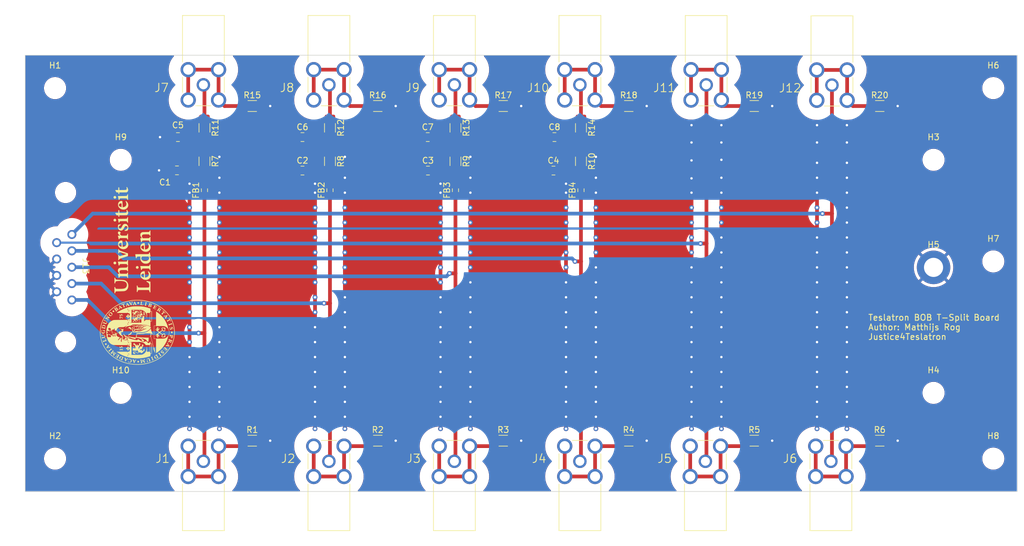
<source format=kicad_pcb>
(kicad_pcb (version 20221018) (generator pcbnew)
  (layers (0 "F.Cu" signal) (1 "In1.Cu" power) (2 "In2.Cu" power) (31 "B.Cu" signal) (34 "B.Paste" user) (35 "F.Paste" user) (36 "B.SilkS" user "B.Silkscreen") (37 "F.SilkS" user "F.Silkscreen") (38 "B.Mask" user) (39 "F.Mask" user) (44 "Edge.Cuts" user))
  (net 0 "")
  (net 1 "GND")
  (net 2 "/IN1")
  (net 3 "Net-(FB1-Pad2)")
  (net 4 "Net-(FB2-Pad2)")
  (net 5 "Net-(J1-Ext)")
  (net 6 "/IN2")
  (net 7 "Net-(J2-Ext)")
  (net 8 "/IN3")
  (net 9 "Net-(J3-Ext)")
  (net 10 "/IN4")
  (net 11 "Net-(J4-Ext)")
  (net 12 "/IN5")
  (net 13 "Net-(J5-Ext)")
  (net 14 "/IN6")
  (net 15 "Net-(J6-Ext)")
  (net 16 "Net-(C6-Pad2)")
  (net 17 "Net-(C8-Pad2)")
  (net 18 "Net-(FB3-Pad2)")
  (net 19 "Net-(FB4-Pad2)")
  (net 20 "Net-(C5-Pad2)")
  (net 21 "Net-(C7-Pad2)")
  (net 22 "Net-(J7-In)")
  (net 23 "Net-(J7-Ext)")
  (net 24 "Net-(J8-In)")
  (net 25 "Net-(J8-Ext)")
  (net 26 "Net-(J9-In)")
  (net 27 "Net-(J9-Ext)")
  (net 28 "Net-(J10-In)")
  (net 29 "Net-(J10-Ext)")
  (net 30 "Net-(J11-Ext)")
  (net 31 "Net-(J12-Ext)")
  (footprint "Amphenol_Right_Angle_SMA_901_143_6RFX:AMPHENOL_901-143-6RFX" (layer "F.Cu") (at 160.8225 126.45)
    (fp_text reference "J5")
    (fp_text value "Conn_Coaxial")
  )
  (footprint "Capacitor_SMD:C_0805_2012Metric_Pad1.18x1.45mm_HandSolder" (layer "F.Cu") (at 135.4 77.8)
    (fp_text reference "C4")
    (fp_text value "1n")
  )
  (footprint "Resistor_SMD:R_1206_3216Metric_Pad1.30x1.75mm_HandSolder" (layer "F.Cu") (at 77 70.65 -90)
    (fp_text reference "R11")
    (fp_text value "47")
  )
  (footprint "Capacitor_SMD:C_0805_2012Metric_Pad1.18x1.45mm_HandSolder" (layer "F.Cu") (at 93.4 77.8)
    (fp_text reference "C2")
    (fp_text value "1n")
  )
  (footprint "Resistor_SMD:R_1206_3216Metric_Pad1.30x1.75mm_HandSolder" (layer "F.Cu") (at 127 67)
    (fp_text reference "R17")
    (fp_text value "0")
  )
  (footprint "5-1393480-5_Right_Angle_Female_Panel:1-5393480-5" (layer "F.Cu") (at 54.8125 88.49 -90)
    (fp_text reference "J13")
    (fp_text value "DE9_Receptacle")
  )
  (footprint "MountingHole:MountingHole_3.2mm_M3_DIN965" (layer "F.Cu") (at 209 126)
    (fp_text reference "H8")
    (fp_text value "MountingHole")
  )
  (footprint "Amphenol_Right_Angle_SMA_901_143_6RFX:AMPHENOL_901-143-6RFX" (layer "F.Cu") (at 76.8225 63.45 180)
    (fp_text reference "J7")
    (fp_text value "Conn_Coaxial")
  )
  (footprint "Capacitor_SMD:C_0805_2012Metric_Pad1.18x1.45mm_HandSolder" (layer "F.Cu") (at 93.4 72.2)
    (fp_text reference "C6")
    (fp_text value "270p")
  )
  (footprint "Capacitor_SMD:C_0805_2012Metric_Pad1.18x1.45mm_HandSolder" (layer "F.Cu") (at 114.3625 72.2)
    (fp_text reference "C7")
    (fp_text value "270p")
  )
  (footprint "Amphenol_Right_Angle_SMA_901_143_6RFX:AMPHENOL_901-143-6RFX" (layer "F.Cu") (at 118.8225 63.45 180)
    (fp_text reference "J9")
    (fp_text value "Conn_Coaxial")
  )
  (footprint "Capacitor_SMD:C_0805_2012Metric_Pad1.18x1.45mm_HandSolder" (layer "F.Cu") (at 135.5625 72.2)
    (fp_text reference "C8")
    (fp_text value "270p")
  )
  (footprint "Resistor_SMD:R_1206_3216Metric_Pad1.30x1.75mm_HandSolder" (layer "F.Cu") (at 169 67)
    (fp_text reference "R19")
    (fp_text value "0")
  )
  (footprint "Resistor_SMD:R_1206_3216Metric_Pad1.30x1.75mm_HandSolder" (layer "F.Cu") (at 190 123)
    (fp_text reference "R6")
    (fp_text value "0")
  )
  (footprint "Amphenol_Right_Angle_SMA_901_143_6RFX:AMPHENOL_901-143-6RFX" (layer "F.Cu") (at 139.8225 63.45 180)
    (fp_text reference "J10")
    (fp_text value "Conn_Coaxial")
  )
  (footprint "Resistor_SMD:R_1206_3216Metric_Pad1.30x1.75mm_HandSolder" (layer "F.Cu") (at 119 70.65 -90)
    (fp_text reference "R13")
    (fp_text value "47")
  )
  (footprint "Resistor_SMD:R_1206_3216Metric_Pad1.30x1.75mm_HandSolder" (layer "F.Cu") (at 106 123)
    (fp_text reference "R2")
    (fp_text value "0")
  )
  (footprint "Amphenol_Right_Angle_SMA_901_143_6RFX:AMPHENOL_901-143-6RFX" (layer "F.Cu") (at 139.8225 126.45)
    (fp_text reference "J4")
    (fp_text value "Conn_Coaxial")
  )
  (footprint "Resistor_SMD:R_1206_3216Metric_Pad1.30x1.75mm_HandSolder" (layer "F.Cu") (at 140 76.25 -90)
    (fp_text reference "R10")
    (fp_text value "47")
  )
  (footprint "MountingHole:MountingHole_3.2mm_M3_DIN965" (layer "F.Cu") (at 209 64)
    (fp_text reference "H6")
    (fp_text value "MountingHole")
  )
  (footprint "MountingHole:MountingHole_3.2mm_M3_DIN965" (layer "F.Cu") (at 52 64)
    (fp_text reference "H1")
    (fp_text value "MountingHole")
  )
  (footprint "MountingHole:MountingHole_3.2mm_M3_DIN965" (layer "F.Cu") (at 199 115)
    (fp_text reference "H4")
    (fp_text value "MountingHole")
  )
  (footprint "Amphenol_Right_Angle_SMA_901_143_6RFX:AMPHENOL_901-143-6RFX" (layer "F.Cu") (at 160.96 63.46 180)
    (fp_text reference "J11")
    (fp_text value "Conn_Coaxial")
  )
  (footprint "MountingHole:MountingHole_3.2mm_M3_DIN965" (layer "F.Cu") (at 63 76)
    (fp_text reference "H9")
    (fp_text value "MountingHole")
  )
  (footprint "Capacitor_SMD:C_0805_2012Metric_Pad1.18x1.45mm_HandSolder" (layer "F.Cu") (at 114.4 77.8)
    (fp_text reference "C3")
    (fp_text value "1n")
  )
  (footprint "Resistor_SMD:R_1206_3216Metric_Pad1.30x1.75mm_HandSolder" (layer "F.Cu") (at 77 76.25 -90)
    (fp_text reference "R7")
    (fp_text value "47")
  )
  (footprint "Resistor_SMD:R_1206_3216Metric_Pad1.30x1.75mm_HandSolder" (layer "F.Cu") (at 148 123)
    (fp_text reference "R4")
    (fp_text value "0")
  )
  (footprint "MountingHole:MountingHole_3.2mm_M3_DIN965" (layer "F.Cu") (at 63 115)
    (fp_text reference "H10")
    (fp_text value "MountingHole")
  )
  (footprint "Amphenol_Right_Angle_SMA_901_143_6RFX:AMPHENOL_901-143-6RFX" (layer "F.Cu") (at 97.8225 63.45 180)
    (fp_text reference "J8")
    (fp_text value "Conn_Coaxial")
  )
  (footprint "Resistor_SMD:R_1206_3216Metric_Pad1.30x1.75mm_HandSolder" (layer "F.Cu") (at 140 70.65 -90)
    (fp_text reference "R14")
    (fp_text value "47")
  )
  (footprint "Resistor_SMD:R_1206_3216Metric_Pad1.30x1.75mm_HandSolder" (layer "F.Cu") (at 190 67)
    (fp_text reference "R20")
    (fp_text value "0")
  )
  (footprint "Resistor_SMD:R_0603_1608Metric_Pad0.98x0.95mm_HandSolder" (layer "F.Cu") (at 98 81.0875 90)
    (fp_text reference "FB2")
    (fp_text value "FerriteBead")
  )
  (footprint "Resistor_SMD:R_1206_3216Metric_Pad1.30x1.75mm_HandSolder" (layer "F.Cu") (at 169 123)
    (fp_text reference "R5")
    (fp_text value "0")
  )
  (footprint "Capacitor_SMD:C_0805_2012Metric_Pad1.18x1.45mm_HandSolder" (layer "F.Cu") (at 72.4 77.7625)
    (fp_text reference "C1")
    (fp_text value "1n")
  )
  (footprint "Resistor_SMD:R_1206_3216Metric_Pad1.30x1.75mm_HandSolder" (layer "F.Cu") (at 85 123)
    (fp_text reference "R1")
    (fp_text value "0")
  )
  (footprint "MountingHole:MountingHole_3.2mm_M3_DIN965" (layer "F.Cu") (at 52 126)
    (fp_text reference "H2")
    (fp_text value "MountingHole")
  )
  (footprint "Resistor_SMD:R_1206_3216Metric_Pad1.30x1.75mm_HandSolder" (layer "F.Cu") (at 148 67)
    (fp_text reference "R18")
    (fp_text value "0")
  )
  (footprint "Amphenol_Right_Angle_SMA_901_143_6RFX:AMPHENOL_901-143-6RFX" (layer "F.Cu") (at 76.8225 126.45)
    (fp_text reference "J1")
    (fp_text value "Conn_Coaxial")
  )
  (footprint "MountingHole:MountingHole_3.2mm_M3_DIN965" (layer "F.Cu") (at 209 93)
    (fp_text reference "H7")
    (fp_text value "MountingHole")
  )
  (footprint "LOGO" (layer "F.Cu") (at 65.8 95.6 90)
    (fp_text reference "G***" hide)
    (fp_text value "LOGO" hide)
  )
  (footprint "Amphenol_Right_Angle_SMA_901_143_6RFX:AMPHENOL_901-143-6RFX" (layer "F.Cu") (at 118.8225 126.45)
    (fp_text reference "J3")
    (fp_text value "Conn_Coaxial")
  )
  (footprint "MountingHole:MountingHole_3.2mm_M3_DIN965_Pad" (layer "F.Cu") (at 199 94)
    (fp_text reference "H5")
    (fp_text value "MountingHole_Pad")
  )
  (footprint "Amphenol_Right_Angle_SMA_901_143_6RFX:AMPHENOL_901-143-6RFX" (layer "F.Cu") (at 181.8225 126.45)
    (fp_text reference "J6")
    (fp_text value "Conn_Coaxial")
  )
  (footprint "Amphenol_Right_Angle_SMA_901_143_6RFX:AMPHENOL_901-143-6RFX" (layer "F.Cu") (at 182 63.5 180)
    (fp_text reference "J12")
    (fp_text value "Conn_Coaxial")
  )
  (footprint "Resistor_SMD:R_0603_1608Metric_Pad0.98x0.95mm_HandSolder" (layer "F.Cu") (at 119 81.0875 90)
    (fp_text reference "FB3")
    (fp_text value "FerriteBead")
  )
  (footprint "Resistor_SMD:R_1206_3216Metric_Pad1.30x1.75mm_HandSolder" (layer "F.Cu") (at 98 76.25 -90)
    (fp_text reference "R8")
    (fp_text value "47")
  )
  (footprint "MountingHole:MountingHole_3.2mm_M3_DIN965" (layer "F.Cu") (at 199 76)
    (fp_text reference "H3")
    (fp_text value "MountingHole")
  )
  (footprint "Resistor_SMD:R_1206_3216Metric_Pad1.30x1.75mm_HandSolder" (layer "F.Cu") (at 106 67)
    (fp_text reference "R16")
    (fp_text value "0")
  )
  (footprint "Resistor_SMD:R_1206_3216Metric_Pad1.30x1.75mm_HandSolder" (layer "F.Cu") (at 85 67)
    (fp_text reference "R15")
    (fp_text value "0")
  )
  (footprint "Capacitor_SMD:C_0805_2012Metric_Pad1.18x1.45mm_HandSolder" (layer "F.Cu") (at 72.5625 72.2)
    (fp_text reference "C5")
    (fp_text value "270p")
  )
  (footprint "Resistor_SMD:R_1206_3216Metric_Pad1.30x1.75mm_HandSolder" (layer "F.Cu") (at 127 123)
    (fp_text reference "R3")
    (fp_text value "0")
  )
  (footprint "Amphenol_Right_Angle_SMA_901_143_6RFX:AMPHENOL_901-143-6RFX" (layer "F.Cu") (at 97.8225 126.45)
    (fp_text reference "J2")
    (fp_text value "Conn_Coaxial")
  )
  (footprint "Resistor_SMD:R_1206_3216Metric_Pad1.30x1.75mm_HandSolder" (layer "F.Cu") (at 98 70.65 -90)
    (fp_text reference "R12")
    (fp_text value "47")
  )
  (footprint "Resistor_SMD:R_0603_1608Metric_Pad0.98x0.95mm_HandSolder" (layer "F.Cu") (at 140 81.0875 90)
    (fp_text reference "FB4")
    (fp_text value "FerriteBead")
  )
  (footprint "Resistor_SMD:R_1206_3216Metric_Pad1.30x1.75mm_HandSolder" (layer "F.Cu") (at 119 76.25 -90)
    (fp_text reference "R9")
    (fp_text value "47")
  )
  (footprint "Resistor_SMD:R_0603_1608Metric_Pad0.98x0.95mm_HandSolder" (layer "F.Cu") (at 77 81.0875 90)
    (fp_text reference "FB1")
    (fp_text value "FerriteBead")
  )
  (gr_rect (start 47 58.5) (end 213 131.5) (stroke (width 0.1)) (fill none) (layer "Edge.Cuts"))
  (gr_text "Teslatron BOB T-Split Board\nAuthor: Matthijs Rog\nJustice4Teslatron" (at 188 106.2) (layer "F.SilkS") (effects (font (size 1 1)) (justify left bottom)))
  (segment (start 163.5 75.5) (end 163.5 121) (width 0.62) (layer "F.Cu") (net 1))
  (segment (start 158.5 121) (end 158.5 80) (width 0.62) (layer "F.Cu") (net 1))
  (segment (start 137.5 121) (end 137.5 80) (width 0.62) (layer "F.Cu") (net 1))
  (segment (start 128 67) (end 130 67) (width 0.62) (layer "F.Cu") (net 1))
  (segment (start 100.5 75.5) (end 100.5 121) (width 0.62) (layer "F.Cu") (net 1))
  (segment (start 79.5 75.5) (end 79.5 121) (width 0.62) (layer "F.Cu") (net 1))
  (segment (start 142.5 75.5) (end 142.5 121) (width 0.62) (layer "F.Cu") (net 1))
  (segment (start 116.5 121) (end 116.5 80) (width 0.62) (layer "F.Cu") (net 1))
  (segment (start 191 67) (end 193 67) (width 0.62) (layer "F.Cu") (net 1))
  (segment (start 107 123) (end 109 123) (width 0.62) (layer "F.Cu") (net 1))
  (segment (start 170 123) (end 172 123) (width 0.62) (layer "F.Cu") (net 1))
  (segment (start 149 123) (end 151 123) (width 0.62) (layer "F.Cu") (net 1))
  (segment (start 74.5 121) (end 74.5 80) (width 0.62) (layer "F.Cu") (net 1))
  (segment (start 184.5 75.5) (end 184.5 121) (width 0.62) (layer "F.Cu") (net 1))
  (segment (start 71.525 72.2) (end 69.5625 72.2) (width 0.62) (layer "F.Cu") (net 1))
  (segment (start 163.5 75.5) (end 163.5 70.1) (width 0.62) (layer "F.Cu") (net 1))
  (segment (start 107 67) (end 109 67) (width 0.62) (layer "F.Cu") (net 1))
  (segment (start 149 67) (end 151 67) (width 0.62) (layer "F.Cu") (net 1))
  (segment (start 128 123) (end 130 123) (width 0.62) (layer "F.Cu") (net 1))
  (segment (start 121.5 75.5) (end 121.5 121) (width 0.62) (layer "F.Cu") (net 1))
  (segment (start 191 123) (end 193 123) (width 0.62) (layer "F.Cu") (net 1))
  (segment (start 179.5 121) (end 179.5 80) (width 0.62) (layer "F.Cu") (net 1))
  (segment (start 158.5 80) (end 158.5 70.1) (width 0.62) (layer "F.Cu") (net 1))
  (segment (start 86 67) (end 88 67) (width 0.62) (layer "F.Cu") (net 1))
  (segment (start 95.5 121) (end 95.5 80) (width 0.62) (layer "F.Cu") (net 1))
  (segment (start 170 67) (end 172 67) (width 0.62) (layer "F.Cu") (net 1))
  (segment (start 184.5 75.5) (end 184.5 70.1) (width 0.62) (layer "F.Cu") (net 1))
  (segment (start 71.3625 77.7625) (end 69.4 77.7625) (width 0.62) (layer "F.Cu") (net 1))
  (segment (start 86 123) (end 88 123) (width 0.62) (layer "F.Cu") (net 1))
  (segment (start 179.5 80) (end 179.5 70.1) (width 0.62) (layer "F.Cu") (net 1))
  (via (at 179.5 119) (size 0.8) (drill 0.4) (layers "F.Cu" "B.Cu") (net 1))
  (via (at 100.5 106.5) (size 0.8) (drill 0.4) (layers "F.Cu" "B.Cu") (net 1))
  (via (at 163.5 73.1) (size 0.8) (drill 0.4) (layers "F.Cu" "B.Cu") (net 1))
  (via (at 137.5 116.5) (size 0.8) (drill 0.4) (layers "F.Cu" "B.Cu") (net 1))
  (via (at 142.5 94) (size 0.8) (drill 0.4) (layers "F.Cu" "B.Cu") (net 1))
  (via (at 121.5 116.5) (size 0.8) (drill 0.4) (layers "F.Cu" "B.Cu") (net 1))
  (via (at 163.5 81.5) (size 0.8) (drill 0.4) (layers "F.Cu" "B.Cu") (net 1))
  (via (at 142.5 104) (size 0.8) (drill 0.4) (layers "F.Cu" "B.Cu") (net 1))
  (via (at 95.5 104) (size 0.8) (drill 0.4) (layers "F.Cu" "B.Cu") (net 1))
  (via (at 79.5 89) (size 0.8) (drill 0.4) (layers "F.Cu" "B.Cu") (net 1))
  (via (at 158.5 73.1) (size 0.8) (drill 0.4) (layers "F.Cu" "B.Cu") (net 1))
  (via (at 116.5 81.5) (size 0.8) (drill 0.4) (layers "F.Cu" "B.Cu") (net 1))
  (via (at 116.5 104) (size 0.8) (drill 0.4) (layers "F.Cu" "B.Cu") (net 1))
  (via (at 79.5 121) (size 0.8) (drill 0.4) (layers "F.Cu" "B.Cu") (net 1))
  (via (at 184.5 81.5) (size 0.8) (drill 0.4) (layers "F.Cu" "B.Cu") (net 1))
  (via (at 184.5 79) (size 0.8) (drill 0.4) (layers "F.Cu" "B.Cu") (net 1))
  (via (at 158.5 79.1) (size 0.8) (drill 0.4) (layers "F.Cu" "B.Cu") (net 1))
  (via (at 95.5 84) (size 0.8) (drill 0.4) (layers "F.Cu" "B.Cu") (net 1))
  (via (at 151 123) (size 0.8) (drill 0.4) (layers "F.Cu" "B.Cu") (net 1))
  (via (at 137.5 96.5) (size 0.8) (drill 0.4) (layers "F.Cu" "B.Cu") (net 1))
  (via (at 142.5 75.5) (size 0.8) (drill 0.4) (layers "F.Cu" "B.Cu") (net 1))
  (via (at 158.5 114) (size 0.8) (drill 0.4) (layers "F.Cu" "B.Cu") (net 1))
  (via (at 95.5 80) (size 0.8) (drill 0.4) (layers "F.Cu" "B.Cu") (net 1))
  (via (at 74.5 89) (size 0.8) (drill 0.4) (layers "F.Cu" "B.Cu") (net 1))
  (via (at 193 123) (size 0.8) (drill 0.4) (layers "F.Cu" "B.Cu") (net 1))
  (via (at 116.5 114) (size 0.8) (drill 0.4) (layers "F.Cu" "B.Cu") (net 1))
  (via (at 137.5 81.5) (size 0.8) (drill 0.4) (layers "F.Cu" "B.Cu") (net 1))
  (via (at 163.5 99) (size 0.8) (drill 0.4) (layers "F.Cu" "B.Cu") (net 1))
  (via (at 100.5 79) (size 0.8) (drill 0.4) (layers "F.Cu" "B.Cu") (net 1))
  (via (at 172 123) (size 0.8) (drill 0.4) (layers "F.Cu" "B.Cu") (net 1))
  (via (at 193 67) (size 0.8) (drill 0.4) (layers "F.Cu" "B.Cu") (net 1))
  (via (at 184.5 76.5) (size 0.8) (drill 0.4) (layers "F.Cu" "B.Cu") (net 1))
  (via (at 137.5 91.5) (size 0.8) (drill 0.4) (layers "F.Cu" "B.Cu") (net 1))
  (via (at 100.5 96.5) (size 0.8) (drill 0.4) (layers "F.Cu" "B.Cu") (net 1))
  (via (at 95.5 101.5) (size 0.8) (drill 0.4) (layers "F.Cu" "B.Cu") (net 1))
  (via (at 130 67) (size 0.8) (drill 0.4) (layers "F.Cu" "B.Cu") (net 1))
  (via (at 179.5 111.5) (size 0.8) (drill 0.4) (layers "F.Cu" "B.Cu") (net 1))
  (via (at 74.5 109) (size 0.8) (drill 0.4) (layers "F.Cu" "B.Cu") (net 1))
  (via (at 95.5 94) (size 0.8) (drill 0.4) (layers "F.Cu" "B.Cu") (net 1))
  (via (at 158.5 121) (size 0.8) (drill 0.4) (layers "F.Cu" "B.Cu") (net 1))
  (via (at 184.5 119) (size 0.8) (drill 0.4) (layers "F.Cu" "B.Cu") (net 1))
  (via (at 121.5 101.5) (size 0.8) (drill 0.4) (layers "F.Cu" "B.Cu") (net 1))
  (via (at 137.5 109) (size 0.8) (drill 0.4) (layers "F.Cu" "B.Cu") (net 1))
  (via (at 179.5 76.5) (size 0.8) (drill 0.4) (layers "F.Cu" "B.Cu") (net 1))
  (via (at 100.5 111.5) (size 0.8) (drill 0.4) (layers "F.Cu" "B.Cu") (net 1))
  (via (at 163.5 101.5) (size 0.8) (drill 0.4) (layers "F.Cu" "B.Cu") (net 1))
  (via (at 179.5 121) (size 0.8) (drill 0.4) (layers "F.Cu" "B.Cu") (net 1))
  (via (at 121.5 84) (size 0.8) (drill 0.4) (layers "F.Cu" "B.Cu") (net 1))
  (via (at 116.5 86.5) (size 0.8) (drill 0.4) (layers "F.Cu" "B.Cu") (net 1))
  (via (at 137.5 84) (size 0.8) (drill 0.4) (layers "F.Cu" "B.Cu") (net 1))
  (via (at 184.5 99) (size 0.8) (drill 0.4) (layers "F.Cu" "B.Cu") (net 1))
  (via (at 121.5 79) (size 0.8) (drill 0.4) (layers "F.Cu" "B.Cu") (net 1))
  (via (at 69.4 77.7625) (size 0.8) (drill 0.4) (layers "F.Cu" "B.Cu") (net 1))
  (via (at 79.5 106.5) (size 0.8) (drill 0.4) (layers "F.Cu" "B.Cu") (net 1))
  (via (at 100.5 104) (size 0.8) (drill 0.4) (layers "F.Cu" "B.Cu") (net 1))
  (via (at 116.5 84) (size 0.8) (drill 0.4) (layers "F.Cu" "B.Cu") (net 1))
  (via (at 74.5 86.5) (size 0.8) (drill 0.4) (layers "F.Cu" "B.Cu") (net 1))
  (via (at 121.5 96.5) (size 0.8) (drill 0.4) (layers "F.Cu" "B.Cu") (net 1))
  (via (at 100.5 99) (size 0.8) (drill 0.4) (layers "F.Cu" "B.Cu") (net 1))
  (via (at 100.5 91.5) (size 0.8) (drill 0.4) (layers "F.Cu" "B.Cu") (net 1))
  (via (at 74.5 119) (size 0.8) (drill 0.4) (layers "F.Cu" "B.Cu") (net 1))
  (via (at 79.5 84) (size 0.8) (drill 0.4) (layers "F.Cu" "B.Cu") (net 1))
  (via (at 79.5 96.5) (size 0.8) (drill 0.4) (layers "F.Cu" "B.Cu") (net 1))
  (via (at 88 123) (size 0.8) (drill 0.4) (layers "F.Cu" "B.Cu") (net 1))
  (via (at 158.5 101.5) (size 0.8) (drill 0.4) (layers "F.Cu" "B.Cu") (net 1))
  (via (at 100.5 101.5) (size 0.8) (drill 0.4) (layers "F.Cu" "B.Cu") (net 1))
  (via (at 142.5 96.5) (size 0.8) (drill 0.4) (layers "F.Cu" "B.Cu") (net 1))
  (via (at 137.5 80) (size 0.8) (drill 0.4) (layers "F.Cu" "B.Cu") (net 1))
  (via (at 121.5 81.5) (size 0.8) (drill 0.4) (layers "F.Cu" "B.Cu") (net 1))
  (via (at 100.5 94) (size 0.8) (drill 0.4) (layers "F.Cu" "B.Cu") (net 1))
  (via (at 95.5 89) (size 0.8) (drill 0.4) (layers "F.Cu" "B.Cu") (net 1))
  (via (at 184.5 84) (size 0.8) (drill 0.4) (layers "F.Cu" "B.Cu") (net 1))
  (via (at 121.5 111.5) (size 0.8) (drill 0.4) (layers "F.Cu" "B.Cu") (net 1))
  (via (at 184.5 70.2) (size 0.8) (drill 0.4) (layers "F.Cu" "B.Cu") (net 1))
  (via (at 158.5 86.5) (size 0.8) (drill 0.4) (layers "F.Cu" "B.Cu") (net 1))
  (via (at 163.5 109) (size 0.8) (drill 0.4) (layers "F.Cu" "B.Cu") (net 1))
  (via (at 184.5 109) (size 0.8) (drill 0.4) (layers "F.Cu" "B.Cu") (net 1))
  (via (at 142.5 106.5) (size 0.8) (drill 0.4) (layers "F.Cu" "B.Cu") (net 1))
  (via (at 184.5 111.5) (size 0.8) (drill 0.4) (layers "F.Cu" "B.Cu") (net 1))
  (via (at 95.5 109) (size 0.8) (drill 0.4) (layers "F.Cu" "B.Cu") (net 1))
  (via (at 137.5 121) (size 0.8) (drill 0.4) (layers "F.Cu" "B.Cu") (net 1))
  (via (at 116.5 106.5) (size 0.8) (drill 0.4) (layers "F.Cu" "B.Cu") (net 1))
  (via (at 116.5 94) (size 0.8) (drill 0.4) (layers "F.Cu" "B.Cu") (net 1))
  (via (at 184.5 91.5) (size 0.8) (drill 0.4) (layers "F.Cu" "B.Cu") (net 1))
  (via (at 184.5 106.5) (size 0.8) (drill 0.4) (layers "F.Cu" "B.Cu") (net 1))
  (via (at 121.5 104) (size 0.8) (drill 0.4) (layers "F.Cu" "B.Cu") (net 1))
  (via (at 137.5 99) (size 0.8) (drill 0.4) (layers "F.Cu" "B.Cu") (net 1))
  (via (at 163.5 116.5) (size 0.8) (drill 0.4) (layers "F.Cu" "B.Cu") (net 1))
  (via (at 179.5 96.5) (size 0.8) (drill 0.4) (layers "F.Cu" "B.Cu") (net 1))
  (via (at 121.5 119) (size 0.8) (drill 0.4) (layers "F.Cu" "B.Cu") (net 1))
  (via (at 121.5 121) (size 0.8) (drill 0.4) (layers "F.Cu" "B.Cu") (net 1))
  (via (at 158.5 111.5) (size 0.8) (drill 0.4) (layers "F.Cu" "B.Cu") (net 1))
  (via (at 95.5 111.5) (size 0.8) (drill 0.4) (layers "F.Cu" "B.Cu") (net 1))
  (via (at 163.5 89) (size 0.8) (drill 0.4) (layers "F.Cu" "B.Cu") (net 1))
  (via (at 184.5 89) (size 0.8) (drill 0.4) (layers "F.Cu" "B.Cu") (net 1))
  (via (at 95.5 99) (size 0.8) (drill 0.4) (layers "F.Cu" "B.Cu") (net 1))
  (via (at 163.5 84) (size 0.8) (drill 0.4) (layers "F.Cu" "B.Cu") (net 1))
  (via (at 172 67) (size 0.8) (drill 0.4) (layers "F.Cu" "B.Cu") (net 1))
  (via (at 79.5 104) (size 0.8) (drill 0.4) (layers "F.Cu" "B.Cu") (net 1))
  (via (at 95.5 119) (size 0.8) (drill 0.4) (layers "F.Cu" "B.Cu") (net 1))
  (via (at 163.5 106.5) (size 0.8) (drill 0.4) (layers "F.Cu" "B.Cu") (net 1))
  (via (at 158.5 89) (size 0.8) (drill 0.4) (layers "F.Cu" "B.Cu") (net 1))
  (via (at 142.5 119) (size 0.8) (drill 0.4) (layers "F.Cu" "B.Cu") (net 1))
  (via (at 79.5 119) (size 0.8) (drill 0.4) (layers "F.Cu" "B.Cu") (net 1))
  (via (at 137.5 101.5) (size 0.8) (drill 0.4) (layers "F.Cu" "B.Cu") (net 1))
  (via (at 142.5 114) (size 0.8) (drill 0.4) (layers "F.Cu" "B.Cu") (net 1))
  (via (at 116.5 91.5) (size 0.8) (drill 0.4) (layers "F.Cu" "B.Cu") (net 1))
  (via (at 163.5 76) (size 0.8) (drill 0.4) (layers "F.Cu" "B.Cu") (net 1))
  (via (at 116.5 89) (size 0.8) (drill 0.4) (layers "F.Cu" "B.Cu") (net 1))
  (via (at 116.5 96.5) (size 0.8) (drill 0.4) (layers "F.Cu" "B.Cu") (net 1))
  (via (at 74.5 81.5) (size 0.8) (drill 0.4) (layers "F.Cu" "B.Cu") (net 1))
  (via (at 79.5 101.5) (size 0.8) (drill 0.4) (layers "F.Cu" "B.Cu") (net 1))
  (via (at 95.5 114) (size 0.8) (drill 0.4) (layers "F.Cu" "B.Cu") (net 1))
  (via (at 109 67) (size 0.8) (drill 0.4) (layers "F.Cu" "B.Cu") (net 1))
  (via (at 179.5 101.5) (size 0.8) (drill 0.4) (layers "F.Cu" "B.Cu") (net 1))
  (via (at 74.5 80) (size 0.8) (drill 0.4) (layers "F.Cu" "B.Cu") (net 1))
  (via (at 184.5 101.5) (size 0.8) (drill 0.4) (layers "F.Cu" "B.Cu") (net 1))
  (via (at 163.5 91.5) (size 0.8) (drill 0.4) (layers "F.Cu" "B.Cu") (net 1))
  (via (at 137.5 114) (size 0.8) (drill 0.4) (layers "F.Cu" "B.Cu") (net 1))
  (via (at 158.5 106.5) (size 0.8) (drill 0.4) (layers "F.Cu" "B.Cu") (net 1))
  (via (at 163.5 119) (size 0.8) (drill 0.4) (layers "F.Cu" "B.Cu") (net 1))
  (via (at 74.5 99) (size 0.8) (drill 0.4) (layers "F.Cu" "B.Cu") (net 1))
  (via (at 179.5 116.5) (size 0.8) (drill 0.4) (layers "F.Cu" "B.Cu") (net 1))
  (via (at 74.5 121) (size 0.8) (drill 0.4) (layers "F.Cu" "B.Cu") (net 1))
  (via (at 158.5 96.5) (size 0.8) (drill 0.4) (layers "F.Cu" "B.Cu") (net 1))
  (via (at 95.5 96.5) (size 0.8) (drill 0.4) (layers "F.Cu" "B.Cu") (net 1))
  (via (at 163.5 94) (size 0.8) (drill 0.4) (layers "F.Cu" "B.Cu") (net 1))
  (via (at 158.5 119) (size 0.8) (drill 0.4) (layers "F.Cu" "B.Cu") (net 1))
  (via (at 137.5 89) (size 0.8) (drill 0.4) (layers "F.Cu" "B.Cu") (net 1))
  (via (at 137.5 111.5) (size 0.8) (drill 0.4) (layers "F.Cu" "B.Cu") (net 1))
  (via (at 130 123) (size 0.8) (drill 0.4) (layers "F.Cu" "B.Cu") (net 1))
  (via (at 158.5 70.2) (size 0.8) (drill 0.4) (layers "F.Cu" "B.Cu") (net 1))
  (via (at 100.5 86.5) (size 0.8) (drill 0.4) (layers "F.Cu" "B.Cu") (net 1))
  (via (at 121.5 89) (size 0.8) (drill 0.4) (layers "F.Cu" "B.Cu") (net 1))
  (via (at 142.5 89) (size 0.8) (drill 0.4) (layers "F.Cu" "B.Cu") (net 1))
  (via (at 100.5 109) (size 0.8) (drill 0.4) (layers "F.Cu" "B.Cu") (net 1))
  (via (at 158.5 91.5) (size 0.8) (drill 0.4) (layers "F.Cu" "B.Cu") (net 1))
  (via (at 137.5 94) (size 0.8) (drill 0.4) (layers "F.Cu" "B.Cu") (net 1))
  (via (at 74.5 116.5) (size 0.8) (drill 0.4) (layers "F.Cu" "B.Cu") (net 1))
  (via (at 163.5 86.5) (size 0.8) (drill 0.4) (layers "F.Cu" "B.Cu") (net 1))
  (via (at 79.5 75.5) (size 0.8) (drill 0.4) (layers "F.Cu" "B.Cu") (net 1))
  (via (at 158.5 84) (size 0.8) (drill 0.4) (layers "F.Cu" "B.Cu") (net 1))
  (via (at 184.5 121) (size 0.8) (drill 0.4) (layers "F.Cu" "B.Cu") (net 1))
  (via (at 142.5 99) (size 0.8) (drill 0.4) (layers "F.Cu" "B.Cu") (net 1))
  (via (at 88 67) (size 0.8) (drill 0.4) (layers "F.Cu" "B.Cu") (net 1))
  (via (at 100.5 119) (size 0.8) (drill 0.4) (layers "F.Cu" "B.Cu") (net 1))
  (via (at 142.5 91.5) (size 0.8) (drill 0.4) (layers "F.Cu" "B.Cu") (net 1))
  (via (at 121.5 114) (size 0.8) (drill 0.4) (layers "F.Cu" "B.Cu") (net 1))
  (via (at 163.5 114) (size 0.8) (drill 0.4) (layers "F.Cu" "B.Cu") (net 1))
  (via (at 121.5 86.5) (size 0.8) (drill 0.4) (layers "F.Cu" "B.Cu") (net 1))
  (via (at 95.5 91.5) (size 0.8) (drill 0.4) (layers "F.Cu" "B.Cu") (net 1))
  (via (at 184.5 86.5) (size 0.8) (drill 0.4) (layers "F.Cu" "B.Cu") (net 1))
  (via (at 158.5 104) (size 0.8) (drill 0.4) (layers "F.Cu" "B.Cu") (net 1))
  (via (at 158.5 99) (size 0.8) (drill 0.4) (layers "F.Cu" "B.Cu") (net 1))
  (via (at 158.5 81.5) (size 0.8) (drill 0.4) (layers "F.Cu" "B.Cu") (net 1))
  (via (at 163.5 96.5) (size 0.8) (drill 0.4) (layers "F.Cu" "B.Cu") (net 1))
  (via (at 163.5 121) (size 0.8) (drill 0.4) (layers "F.Cu" "B.Cu") (net 1))
  (via (at 184.5 114) (size 0.8) (drill 0.4) (layers "F.Cu" "B.Cu") (net 1))
  (via (at 116.5 109) (size 0.8) (drill 0.4) (layers "F.Cu" "B.Cu") (net 1))
  (via (at 158.5 109) (size 0.8) (drill 0.4) (layers "F.Cu" "B.Cu") (net 1))
  (via (at 121.5 109) (size 0.8) (drill 0.4) (layers "F.Cu" "B.Cu") (net 1))
  (via (at 95.5 116.5) (size 0.8) (drill 0.4) (layers "F.Cu" "B.Cu") (net 1))
  (via (at 163.5 70.2) (size 0.8) (drill 0.4) (layers "F.Cu" "B.Cu") (net 1))
  (via (at 184.5 104) (size 0.8) (drill 0.4) (layers "F.Cu" "B.Cu") (net 1))
  (via (at 79.5 111.5) (size 0.8) (drill 0.4) (layers "F.Cu" "B.Cu") (net 1))
  (via (at 79.5 79) (size 0.8) (drill 0.4) (layers "F.Cu" "B.Cu") (net 1))
  (via (at 142.5 109) (size 0.8) (drill 0.4) (layers "F.Cu" "B.Cu") (net 1))
  (via (at 142.5 81.5) (size 0.8) (drill 0.4) (layers "F.Cu" "B.Cu") (net 1))
  (via (at 79.5 116.5) (size 0.8) (drill 0.4) (layers "F.Cu" "B.Cu") (net 1))
  (via (at 179.5 94) (size 0.8) (drill 0.4) (layers "F.Cu" "B.Cu") (net 1))
  (via (at 74.5 94) (size 0.8) (drill 0.4) (layers "F.Cu" "B.Cu") (net 1))
  (via (at 142.5 116.5) (size 0.8) (drill 0.4) (layers "F.Cu" "B.Cu") (net 1))
  (via (at 121.5 91.5) (size 0.8) (drill 0.4) (layers "F.Cu" "B.Cu") (net 1))
  (via (at 79.5 99) (size 0.8) (drill 0.4) (layers "F.Cu" "B.Cu") (net 1))
  (via (at 79.5 81.5) (size 0.8) (drill 0.4) (layers "F.Cu" "B.Cu") (net 1))
  (via (at 163.5 111.5) (size 0.8) (drill 0.4) (layers "F.Cu" "B.Cu") (net 1))
  (via (at 179.5 109) (size 0.8) (drill 0.4) (layers "F.Cu" "B.Cu") (net 1))
  (via (at 116.5 80) (size 0.8) (drill 0.4) (layers "F.Cu" "B.Cu") (net 1))
  (via (at 158.5 76.1) (size 0.8) (drill 0.4) (layers "F.Cu" "B.Cu") (net 1))
  (via (at 179.5 73.1) (size 0.8) (drill 0.4) (layers "F.Cu" "B.Cu") (net 1))
  (via (at 184.5 116.5) (size 0.8) (drill 0.4) (layers "F.Cu" "B.Cu") (net 1))
  (via (at 74.5 101.5) (size 0.8) (drill 0.4) (layers "F.Cu" "B.Cu") (net 1))
  (via (at 163.5 79) (size 0.8) (drill 0.4) (layers "F.Cu" "B.Cu") (net 1))
  (via (at 74.5 91.5) (size 0.8) (drill 0.4) (layers "F.Cu" "B.Cu") (net 1))
  (via (at 79.5 109) (size 0.8) (drill 0.4) (layers "F.Cu" "B.Cu") (net 1))
  (via (at 121.5 99) (size 0.8) (drill 0.4) (layers "F.Cu" "B.Cu") (net 1))
  (via (at 142.5 121) (size 0.8) (drill 0.4) (layers "F.Cu" "B.Cu") (net 1))
  (via (at 100.5 121) (size 0.8) (drill 0.4) (layers "F.Cu" "B.Cu") (net 1))
  (via (at 116.5 111.5) (size 0.8) (drill 0.4) (layers "F.Cu" "B.Cu") (net 1))
  (via (at 100.5 116.5) (size 0.8) (drill 0.4) (layers "F.Cu" "B.Cu") (net 1))
  (via (at 116.5 121) (size 0.8) (drill 0.4) (layers "F.Cu" "B.Cu") (net 1))
  (via (at 74.5 96.5) (size 0.8) (drill 0.4) (layers "F.Cu" "B.Cu") (net 1))
  (via (at 137.5 104) (size 0.8) (drill 0.4) (layers "F.Cu" "B.Cu") (net 1))
  (via (at 184.5 96.5) (size 0.8) (drill 0.4) (layers "F.Cu" "B.Cu") (net 1))
  (via (at 109 123) (size 0.8) (drill 0.4) (layers "F.Cu" "B.Cu") (net 1))
  (via (at 100.5 81.5) (size 0.8) (drill 0.4) (layers "F.Cu" "B.Cu") (net 1))
  (via (at 79.5 91.5) (size 0.8) (drill 0.4) (layers "F.Cu" "B.Cu") (net 1))
  (via (at 142.5 111.5) (size 0.8) (drill 0.4) (layers "F.Cu" "B.Cu") (net 1))
  (via (at 137.5 86.5) (size 0.8) (drill 0.4) (layers "F.Cu" "B.Cu") (net 1))
  (via (at 121.5 75.5) (size 0.8) (drill 0.4) (layers "F.Cu" "B.Cu") (net 1))
  (via (at 116.5 116.5) (size 0.8) (drill 0.4) (layers "F.Cu" "B.Cu") (net 1))
  (via (at 137.5 106.5) (size 0.8) (drill 0.4) (layers "F.Cu" "B.Cu") (net 1))
  (via (at 179.5 84) (size 0.8) (drill 0.4) (layers "F.Cu" "B.Cu") (net 1))
  (via (at 137.5 119) (size 0.8) (drill 0.4) (layers "F.Cu" "B.Cu") (net 1))
  (via (at 116.5 101.5) (size 0.8) (drill 0.4) (layers "F.Cu" "B.Cu") (net 1))
  (via (at 100.5 84) (size 0.8) (drill 0.4) (layers "F.Cu" "B.Cu") (net 1))
  (via (at 179.5 89) (size 0.8) (drill 0.4) (layers "F.Cu" "B.Cu") (net 1))
  (via (at 179.5 81.5) (size 0.8) (drill 0.4) (layers "F.Cu" "B.Cu") (net 1))
  (via (at 142.5 79) (size 0.8) (drill 0.4) (layers "F.Cu" "B.Cu") (net 1))
  (via (at 179.5 79) (size 0.8) (drill 0.4) (layers "F.Cu" "B.Cu") (net 1))
  (via (at 74.5 84) (size 0.8) (drill 0.4) (layers "F.Cu" "B.Cu") (net 1))
  (via (at 74.5 114) (size 0.8) (drill 0.4) (layers "F.Cu" "B.Cu") (net 1))
  (via (at 179.5 86.5) (size 0.8) (drill 0.4) (layers "F.Cu" "B.Cu") (net 1))
  (via (at 74.5 104) (size 0.8) (drill 0.4) (layers "F.Cu" "B.Cu") (net 1))
  (via (at 151 67) (size 0.8) (drill 0.4) (layers "F.Cu" "B.Cu") (net 1))
  (via (at 142.5 101.5) (size 0.8) (drill 0.4) (layers "F.Cu" "B.Cu") (net 1))
  (via (at 184.5 94) (size 0.8) (drill 0.4) (layers "F.Cu" "B.Cu") (net 1))
  (via (at 95.5 81.5) (size 0.8) (drill 0.4) (layers "F.Cu" "B.Cu") (net 1))
  (via (at 179.5 91.5) (size 0.8) (drill 0.4) (layers "F.Cu" "B.Cu") (net 1))
  (via (at 95.5 86.5) (size 0.8) (drill 0.4) (layers "F.Cu" "B.Cu") (net 1))
  (via (at 121.5 106.5) (size 0.8) (drill 0.4) (layers "F.Cu" "B.Cu") (net 1))
  (via (at 184.5 73.1) (size 0.8) (drill 0.4) (layers "F.Cu" "B.Cu") (net 1))
  (via (at 100.5 114) (size 0.8) (drill 0.4) (layers "F.Cu" "B.Cu") (net 1))
  (via (at 116.5 99) (size 0.8) (drill 0.4) (layers "F.Cu" "B.Cu") (net 1))
  (via (at 79.5 86.5) (size 0.8) (drill 0.4) (layers "F.Cu" "B.Cu") (net 1))
  (via (at 116.5 119) (size 0.8) (drill 0.4) (layers "F.Cu" "B.Cu") (net 1))
  (via (at 179.5 114) (size 0.8) (drill 0.4) (layers "F.Cu" "B.Cu") (net 1))
  (via (at 179.5 106.5) (size 0.8) (drill 0.4) (layers "F.Cu" "B.Cu") (net 1))
  (via (at 95.5 121) (size 0.8) (drill 0.4) (layers "F.Cu" "B.Cu") (net 1))
  (via (at 74.5 111.5) (size 0.8) (drill 0.4) (layers "F.Cu" "B.Cu") (net 1))
  (via (at 74.5 106.5) (size 0.8) (drill 0.4) (layers "F.Cu" "B.Cu") (net 1))
  (via (at 79.5 94) (size 0.8) (drill 0.4) (layers "F.Cu" "B.Cu") (net 1))
  (via (at 100.5 89) (size 0.8) (drill 0.4) (layers "F.Cu" "B.Cu") (net 1))
  (via (at 79.5 114) (size 0.8) (drill 0.4) (layers "F.Cu" "B.Cu") (net 1))
  (via (at 179.5 104) (size 0.8) (drill 0.4) (layers "F.Cu" "B.Cu") (net 1))
  (via (at 163.5 104) (size 0.8) (drill 0.4) (layers "F.Cu" "B.Cu") (net 1))
  (via (at 158.5 116.5) (size 0.8) (drill 0.4) (layers "F.Cu" "B.Cu") (net 1))
  (via (at 142.5 84) (size 0.8) (drill 0.4) (layers "F.Cu" "B.Cu") (net 1))
  (via (at 69.5625 72.2) (size 0.8) (drill 0.4) (layers "F.Cu" "B.Cu") (net 1))
  (via (at 100.5 75.5) (size 0.8) (drill 0.4) (layers "F.Cu" "B.Cu") (net 1))
  (via (at 179.5 99) (size 0.8) (drill 0.4) (layers "F.Cu" "B.Cu") (net 1))
  (via (at 158.5 94) (size 0.8) (drill 0.4) (layers "F.Cu" "B.Cu") (net 1))
  (via (at 95.5 106.5) (size 0.8) (drill 0.4) (layers "F.Cu" "B.Cu") (net 1))
  (via (at 179.5 70.2) (size 0.8) (drill 0.4) (layers "F.Cu" "B.Cu") (net 1))
  (via (at 142.5 86.5) (size 0.8) (drill 0.4) (layers "F.Cu" "B.Cu") (net 1))
  (via (at 121.5 94) (size 0.8) (drill 0.4) (layers "F.Cu" "B.Cu") (net 1))
  (segment (start 76.8225 126.45) (end 77 126.2725) (width 0.62) (layer "F.Cu") (net 2))
  (segment (start 77 82) (end 76.2 82) (width 0.62) (layer "F.Cu") (net 2))
  (segment (start 74.025 77.7625) (end 73.4375 77.7625) (width 0.62) (layer "F.Cu") (net 2))
  (segment (start 75.8 81.6) (end 75.8 79.5375) (width 0.62) (layer "F.Cu") (net 2))
  (segment (start 77 105) (end 76 105) (width 0.62) (layer "F.Cu") (net 2))
  (segment (start 75.8 79.5375) (end 74.025 77.7625) (width 0.62) (layer "F.Cu") (net 2))
  (segment (start 76.2 82) (end 75.8 81.6) (width 0.62) (layer "F.Cu") (net 2))
  (segment (start 77 126.2725) (end 77 82) (width 0.62) (layer "F.Cu") (net 2))
  (via (at 76 105) (size 0.8) (drill 0.4) (layers "F.Cu" "B.Cu") (net 2))
  (segment (start 63 105) (end 57.45 99.45) (width 0.62) (layer "B.Cu") (net 2))
  (segment (start 57.45 99.45) (end 54.8125 99.45) (width 0.62) (layer "B.Cu") (net 2))
  (segment (start 76 105) (end 63 105) (width 0.62) (layer "B.Cu") (net 2))
  (segment (start 77 77.8) (end 77 80.175) (width 0.62) (layer "F.Cu") (net 3))
  (segment (start 98 80.175) (end 98 77.8) (width 0.62) (layer "F.Cu") (net 4))
  (segment (start 79.3625 123.91) (end 83.09 123.91) (width 0.62) (layer "F.Cu") (net 5))
  (segment (start 79.3625 128.99) (end 79.3625 123.91) (width 0.62) (layer "F.Cu") (net 5))
  (segment (start 83.09 123.91) (end 84 123) (width 0.62) (layer "F.Cu") (net 5))
  (segment (start 74.2825 123.91) (end 74.2825 128.99) (width 0.62) (layer "F.Cu") (net 5))
  (segment (start 74.2825 128.99) (end 79.3625 128.99) (width 0.62) (layer "F.Cu") (net 5))
  (segment (start 98 100) (end 97 100) (width 0.62) (layer "F.Cu") (net 6))
  (segment (start 98 82) (end 96.41 80.41) (width 0.62) (layer "F.Cu") (net 6))
  (segment (start 98 100) (end 98 126.2725) (width 0.62) (layer "F.Cu") (net 6))
  (segment (start 98 100) (end 98 82) (width 0.62) (layer "F.Cu") (net 6))
  (segment (start 96.41 78.61) (end 95.6 77.8) (width 0.62) (layer "F.Cu") (net 6))
  (segment (start 95.6 77.8) (end 94.4375 77.8) (width 0.62) (layer "F.Cu") (net 6))
  (segment (start 96.41 80.41) (end 96.41 78.61) (width 0.62) (layer "F.Cu") (net 6))
  (via (at 97 100) (size 0.8) (drill 0.4) (layers "F.Cu" "B.Cu") (net 6))
  (segment (start 63 100) (end 59.71 96.71) (width 0.62) (layer "B.Cu") (net 6))
  (segment (start 59.71 96.71) (end 54.8125 96.71) (width 0.62) (layer "B.Cu") (net 6))
  (segment (start 97 100) (end 63 100) (width 0.62) (layer "B.Cu") (net 6))
  (segment (start 95.2825 128.99) (end 100.3625 128.99) (width 0.62) (layer "F.Cu") (net 7))
  (segment (start 95.2825 123.91) (end 95.2825 128.99) (width 0.62) (layer "F.Cu") (net 7))
  (segment (start 100.3625 123.91) (end 104.09 123.91) (width 0.62) (layer "F.Cu") (net 7))
  (segment (start 100.3625 128.99) (end 100.3625 123.91) (width 0.62) (layer "F.Cu") (net 7))
  (segment (start 104.09 123.91) (end 105 123) (width 0.62) (layer "F.Cu") (net 7))
  (segment (start 119 95) (end 119 82) (width 0.62) (layer "F.Cu") (net 8))
  (segment (start 116.6 77.8) (end 115.4375 77.8) (width 0.62) (layer "F.Cu") (net 8))
  (segment (start 119 95) (end 118 95) (width 0.62) (layer "F.Cu") (net 8))
  (segment (start 119 95) (end 119 126.2725) (width 0.62) (layer "F.Cu") (net 8))
  (segment (start 117.41 80.41) (end 117.41 78.61) (width 0.62) (layer "F.Cu") (net 8))
  (segment (start 117.41 78.61) (end 116.6 77.8) (width 0.62) (layer "F.Cu") (net 8))
  (segment (start 119 82) (end 117.41 80.41) (width 0.62) (layer "F.Cu") (net 8))
  (via (at 118 95) (size 0.8) (drill 0.4) (layers "F.Cu" "B.Cu") (net 8))
  (segment (start 60.97 93.97) (end 54.8125 93.97) (width 0.62) (layer "B.Cu") (net 8))
  (segment (start 118 95) (end 117.5 95.5) (width 0.62) (layer "B.Cu") (net 8))
  (segment (start 62.5 95.5) (end 60.97 93.97) (width 0.62) (layer "B.Cu") (net 8))
  (segment (start 117.5 95.5) (end 62.5 95.5) (width 0.62) (layer "B.Cu") (net 8))
  (segment (start 121.3625 123.91) (end 125.09 123.91) (width 0.62) (layer "F.Cu") (net 9))
  (segment (start 121.3625 128.99) (end 121.3625 123.91) (width 0.62) (layer "F.Cu") (net 9))
  (segment (start 116.2825 123.91) (end 116.2825 128.99) (width 0.62) (layer "F.Cu") (net 9))
  (segment (start 116.2825 128.99) (end 121.3625 128.99) (width 0.62) (layer "F.Cu") (net 9))
  (segment (start 125.09 123.91) (end 126 123) (width 0.62) (layer "F.Cu") (net 9))
  (segment (start 140 93) (end 139 93) (width 0.62) (layer "F.Cu") (net 10))
  (segment (start 140 93) (end 140 126.2725) (width 0.62) (layer "F.Cu") (net 10))
  (segment (start 140 82) (end 140 93) (width 0.62) (layer "F.Cu") (net 10))
  (segment (start 138.41 80.41) (end 138.41 79.185) (width 0.62) (layer "F.Cu") (net 10))
  (segment (start 137.025 77.8) (end 136.4375 77.8) (width 0.62) (layer "F.Cu") (net 10))
  (segment (start 138.41 79.185) (end 137.025 77.8) (width 0.62) (layer "F.Cu") (net 10))
  (segment (start 140 82) (end 138.41 80.41) (width 0.62) (layer "F.Cu") (net 10))
  (via (at 139 93) (size 0.8) (drill 0.4) (layers "F.Cu" "B.Cu") (net 10))
  (segment (start 139 93) (end 138.5 92.5) (width 0.62) (layer "B.Cu") (net 10))
  (segment (start 63.5 92.5) (end 62.23 91.23) (width 0.62) (layer "B.Cu") (net 10))
  (segment (start 62.23 91.23) (end 54.8125 91.23) (width 0.62) (layer "B.Cu") (net 10))
  (segment (start 138.5 92.5) (end 63.5 92.5) (width 0.62) (layer "B.Cu") (net 10))
  (segment (start 137.2825 128.99) (end 142.3625 128.99) (width 0.62) (layer "F.Cu") (net 11))
  (segment (start 146.09 123.91) (end 147 123) (width 0.62) (layer "F.Cu") (net 11))
  (segment (start 142.3625 128.99) (end 142.3625 123.91) (width 0.62) (layer "F.Cu") (net 11))
  (segment (start 137.2825 123.91) (end 137.2825 128.99) (width 0.62) (layer "F.Cu") (net 11))
  (segment (start 142.3625 123.91) (end 146.09 123.91) (width 0.62) (layer "F.Cu") (net 11))
  (segment (start 161 90) (end 161 126.2725) (width 0.62) (layer "F.Cu") (net 12))
  (segment (start 161 90) (end 160 90) (width 0.62) (layer "F.Cu") (net 12))
  (segment (start 161 90) (end 161 69) (width 0.62) (layer "F.Cu") (net 12))
  (segment (start 161 69) (end 161 63.6275) (width 0.62) (layer "F.Cu") (net 12))
  (via (at 160 90) (size 0.8) (drill 0.4) (layers "F.Cu" "B.Cu") (net 12))
  (segment (start 160 90) (end 58 90) (width 0.62) (layer "B.Cu") (net 12))
  (segment (start 57.86 89.86) (end 58 90) (width 0.35) (layer "B.Cu") (net 12))
  (segment (start 52.2725 89.86) (end 57.86 89.86) (width 0.35) (layer "B.Cu") (net 12))
  (segment (start 163.3625 128.99) (end 163.3625 123.91) (width 0.62) (layer "F.Cu") (net 13))
  (segment (start 158.2825 128.99) (end 163.3625 128.99) (width 0.62) (layer "F.Cu") (net 13))
  (segment (start 167.09 123.91) (end 168 123) (width 0.62) (layer "F.Cu") (net 13))
  (segment (start 158.2825 123.91) (end 158.2825 128.99) (width 0.62) (layer "F.Cu") (net 13))
  (segment (start 163.3625 123.91) (end 167.09 123.91) (width 0.62) (layer "F.Cu") (net 13))
  (segment (start 182 85) (end 182 69) (width 0.62) (layer "F.Cu") (net 14))
  (segment (start 182 85) (end 180.4095 85) (width 0.62) (layer "F.Cu") (net 14))
  (segment (start 182 69) (end 182 63.6275) (width 0.62) (layer "F.Cu") (net 14))
  (segment (start 182 85) (end 182 126.2725) (width 0.62) (layer "F.Cu") (net 14))
  (via (at 180.4095 85) (size 0.8) (drill 0.4) (layers "F.Cu" "B.Cu") (net 14))
  (segment (start 58.3025 85) (end 54.8125 88.49) (width 0.62) (layer "B.Cu") (net 14))
  (segment (start 180.4095 85) (end 58.3025 85) (width 0.62) (layer "B.Cu") (net 14))
  (segment (start 188.09 123.91) (end 189 123) (width 0.62) (layer "F.Cu") (net 15))
  (segment (start 184.3625 123.91) (end 188.09 123.91) (width 0.62) (layer "F.Cu") (net 15))
  (segment (start 179.2825 128.99) (end 184.3625 128.99) (width 0.62) (layer "F.Cu") (net 15))
  (segment (start 179.2825 123.91) (end 179.2825 128.99) (width 0.62) (layer "F.Cu") (net 15))
  (segment (start 184.3625 128.99) (end 184.3625 123.91) (width 0.62) (layer "F.Cu") (net 15))
  (segment (start 98 74.7) (end 98 72.2) (width 0.62) (layer "F.Cu") (net 16))
  (segment (start 94.4375 72.2) (end 98 72.2) (width 0.62) (layer "F.Cu") (net 16))
  (segment (start 136.6 72.2) (end 140 72.2) (width 0.62) (layer "F.Cu") (net 17))
  (segment (start 140 72.2) (end 140 74.7) (width 0.62) (layer "F.Cu") (net 17))
  (segment (start 119 80.175) (end 119 77.8) (width 0.62) (layer "F.Cu") (net 18))
  (segment (start 140 80.175) (end 140 77.8) (width 0.62) (layer "F.Cu") (net 19))
  (segment (start 77 74.7) (end 77 72.2) (width 0.62) (layer "F.Cu") (net 20))
  (segment (start 73.6 72.2) (end 77 72.2) (width 0.62) (layer "F.Cu") (net 20))
  (segment (start 115.4 72.2) (end 119 72.2) (width 0.62) (layer "F.Cu") (net 21))
  (segment (start 119 74.7) (end 119 72.2) (width 0.62) (layer "F.Cu") (net 21))
  (segment (start 77 63.6275) (end 76.8225 63.45) (width 0.62) (layer "F.Cu") (net 22))
  (segment (start 77 69.1) (end 77 63.6275) (width 0.62) (layer "F.Cu") (net 22))
  (segment (start 79.3625 60.91) (end 79.3625 65.99) (width 0.62) (layer "F.Cu") (net 23))
  (segment (start 74.2825 65.99) (end 74.2825 60.91) (width 0.62) (layer "F.Cu") (net 23))
  (segment (start 84 67) (end 80.3725 67) (width 0.62) (layer "F.Cu") (net 23))
  (segment (start 80.3725 67) (end 79.3625 65.99) (width 0.62) (layer "F.Cu") (net 23))
  (segment (start 74.2825 60.91) (end 79.3625 60.91) (width 0.62) (layer "F.Cu") (net 23))
  (segment (start 98 69.1) (end 98 63.6275) (width 0.62) (layer "F.Cu") (net 24))
  (segment (start 98 63.6275) (end 97.8225 63.45) (width 0.62) (layer "F.Cu") (net 24))
  (segment (start 100.3625 60.91) (end 100.3625 65.99) (width 0.62) (layer "F.Cu") (net 25))
  (segment (start 95.2825 65.99) (end 95.2825 60.91) (width 0.62) (layer "F.Cu") (net 25))
  (segment (start 95.2825 60.91) (end 100.3625 60.91) (width 0.62) (layer "F.Cu") (net 25))
  (segment (start 101.3725 67) (end 100.3625 65.99) (width 0.62) (layer "F.Cu") (net 25))
  (segment (start 105 67) (end 101.3725 67) (width 0.62) (layer "F.Cu") (net 25))
  (segment (start 119 63.6275) (end 118.8225 63.45) (width 0.62) (layer "F.Cu") (net 26))
  (segment (start 119 69) (end 119 63.6275) (width 0.62) (layer "F.Cu") (net 26))
  (segment (start 121.3625 60.91) (end 121.3625 65.99) (width 0.62) (layer "F.Cu") (net 27))
  (segment (start 126 67) (end 122.3725 67) (width 0.62) (layer "F.Cu") (net 27))
  (segment (start 122.3725 67) (end 121.3625 65.99) (width 0.62) (layer "F.Cu") (net 27))
  (segment (start 116.2825 65.99) (end 116.2825 60.91) (width 0.62) (layer "F.Cu") (net 27))
  (segment (start 116.2825 60.91) (end 121.3625 60.91) (width 0.62) (layer "F.Cu") (net 27))
  (segment (start 140 69.1) (end 140 63.6275) (width 0.62) (layer "F.Cu") (net 28))
  (segment (start 137.2825 60.91) (end 142.3625 60.91) (width 0.62) (layer "F.Cu") (net 29))
  (segment (start 137.2825 65.99) (end 137.2825 60.91) (width 0.62) (layer "F.Cu") (net 29))
  (segment (start 147 67) (end 143.3725 67) (width 0.62) (layer "F.Cu") (net 29))
  (segment (start 142.3625 60.91) (end 142.3625 65.99) (width 0.62) (layer "F.Cu") (net 29))
  (segment (start 143.3725 67) (end 142.3625 65.99) (width 0.62) (layer "F.Cu") (net 29))
  (segment (start 163.5 60.92) (end 163.5 66) (width 0.62) (layer "F.Cu") (net 30))
  (segment (start 158.42 60.92) (end 163.5 60.92) (width 0.62) (layer "F.Cu") (net 30))
  (segment (start 163.5 67) (end 163.04 66.54) (width 0.62) (layer "F.Cu") (net 30))
  (segment (start 158.42 66) (end 158.42 60.92) (width 0.62) (layer "F.Cu") (net 30))
  (segment (start 168 67) (end 163.5 67) (width 0.62) (layer "F.Cu") (net 30))
  (segment (start 184.54 60.96) (end 184.54 66.04) (width 0.62) (layer "F.Cu") (net 31))
  (segment (start 179.46 66.04) (end 179.46 60.96) (width 0.62) (layer "F.Cu") (net 31))
  (segment (start 185.5 67) (end 184.54 66.04) (width 0.62) (layer "F.Cu") (net 31))
  (segment (start 189 67) (end 185.5 67) (width 0.62) (layer "F.Cu") (net 31))
  (segment (start 179.46 60.96) (end 184.54 60.96) (width 0.62) (layer "F.Cu") (net 31))
  (zone (net 1) (net_name "GND") (layer "F.Cu") (priority 2) (connect_pads (clearance 2)) (min_thickness 0.25) (fill yes (thermal_gap 0.5) (thermal_bridge_width 0.5))
    (polygon (pts (xy 47 58.5) (xy 213 58.5) (xy 213 131.5) (xy 47 131.5)))
  )
  (zone (net 1) (net_name "GND") (layer "B.Cu") (priority 1) (connect_pads (clearance 2)) (min_thickness 0.25) (fill yes (thermal_gap 0.5) (thermal_bridge_width 0.5))
    (polygon (pts (xy 47 58.5) (xy 213 58.5) (xy 213 131.5) (xy 47 131.5)))
  )
)
</source>
